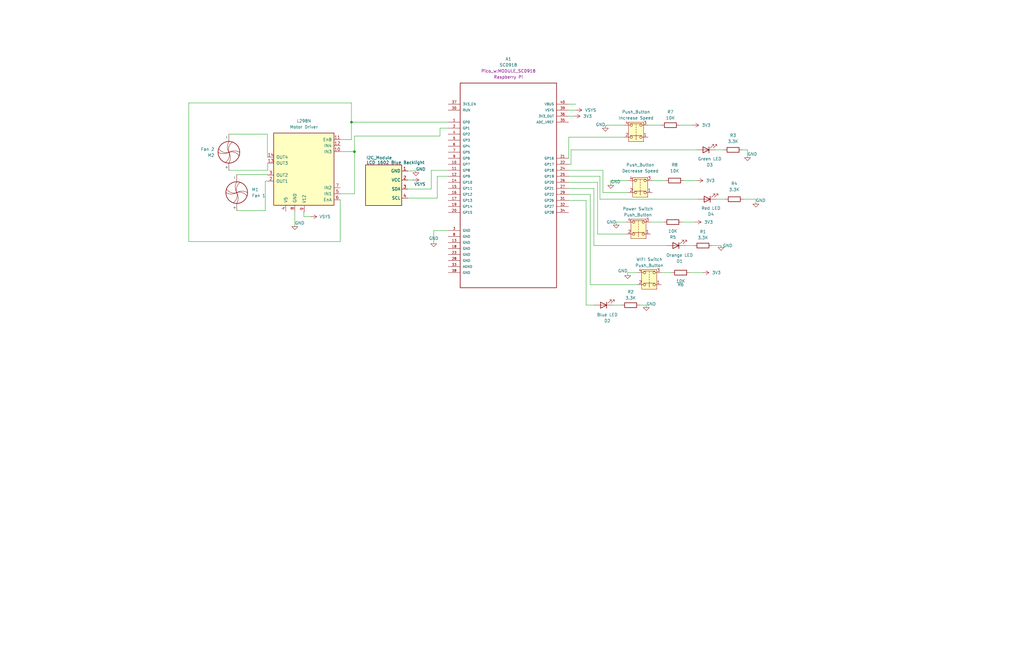
<source format=kicad_sch>
(kicad_sch (version 20231120) (generator "eeschema") (generator_version "8.0")
  (paper "User" 431.8 279.4)
  (lib_symbols
    (symbol "Device:LED" (pin_numbers hide) (pin_names (offset 1.016) hide)
      (property "Reference" "D" (at 0 2.54 0))
      (property "Value" "LED" (at 0 -2.54 0))
      (symbol "LED_0_1"
        (polyline (pts (xy -1.27 -1.27) (xy -1.27 1.27)) (stroke (width 0.254)))
        (polyline (pts (xy -1.27 0) (xy 1.27 0)))
        (polyline (pts (xy 1.27 -1.27) (xy 1.27 1.27) (xy -1.27 0) (xy 1.27 -1.27)) (stroke (width 0.254)))
        (polyline (pts (xy -3.048 -0.762) (xy -4.572 -2.286) (xy -3.81 -2.286) (xy -4.572 -2.286) (xy -4.572 -1.524)))
        (polyline (pts (xy -1.778 -0.762) (xy -3.302 -2.286) (xy -2.54 -2.286) (xy -3.302 -2.286) (xy -3.302 -1.524)))
      )
      (symbol "LED_1_1"
        (pin passive line (at -3.81 0 0) (length 2.54) (name "K") (number "1"))
        (pin passive line (at 3.81 0 180) (length 2.54) (name "A") (number "2"))
      )
    )
    (symbol "Device:R" (pin_numbers hide) (pin_names (offset 0))
      (property "Reference" "R" (at 2.032 0 90))
      (property "Value" "R" (at 0 0 90))
      (symbol "R_0_1"
        (rectangle (start -1.016 -2.54) (end 1.016 2.54) (stroke (width 0.254)))
      )
      (symbol "R_1_1"
        (pin passive line (at 0 3.81 270) (length 1.27) (name "~") (number "1"))
        (pin passive line (at 0 -3.81 90) (length 1.27) (name "~") (number "2"))
      )
    )
    (symbol "Display_Character:HY1602E"
      (property "Reference" "I2C_Module" (at 2.1941 22.86 0))
      (property "Value" "LCD 1602 Blue Backlight" (at 2.1941 20.32 0))
      (symbol "HY1602E_0_1"
        (rectangle (start -7.62 17.78) (end 7.62 0.635) (stroke (width 0.254)) (fill (type background)))
      )
      (symbol "HY1602E_1_1"
        (pin input line (at 10.16 15.24 180) (length 2.54) (name "GND") (number "1"))
        (pin input line (at 10.16 11.43 180) (length 2.54) (name "VCC") (number "2"))
        (pin input line (at 10.16 7.62 180) (length 2.54) (name "SDA") (number "3"))
        (pin input line (at 10.16 3.81 180) (length 2.54) (name "SCL") (number "4"))
      )
    )
    (symbol "Driver_Motor:L298N" (pin_names (offset 1.016))
      (property "Reference" "L298N" (at 1.143 26.924 0))
      (property "Value" "Motor Driver" (at 1.143 24.384 0))
      (symbol "L298N_0_1"
        (rectangle (start -11.557 21.844) (end 13.843 -8.636) (stroke (width 0.254)) (fill (type background)))
      )
      (symbol "L298N_1_1"
        (pin input line (at 16.51 13.97 180) (length 2.54) (name "IN3") (number "10"))
        (pin input line (at 16.51 19.05 180) (length 2.54) (name "EnB") (number "11"))
        (pin input line (at 16.51 16.51 180) (length 2.54) (name "IN4") (number "12"))
        (pin output line (at -14.097 9.144 0) (length 2.54) (name "OUT3") (number "13"))
        (pin output line (at -14.097 11.684 0) (length 2.54) (name "OUT4") (number "14"))
        (pin output line (at -14.097 1.524 0) (length 2.54) (name "OUT1") (number "2"))
        (pin output line (at -14.097 4.064 0) (length 2.54) (name "OUT2") (number "3"))
        (pin power_out line (at -6.477 -11.176 90) (length 2.54) (name "V5") (number "4"))
        (pin input line (at 16.51 -3.81 180) (length 2.54) (name "IN1") (number "5"))
        (pin input line (at 16.51 -6.35 180) (length 2.54) (name "EnA") (number "6"))
        (pin input line (at 16.51 -1.27 180) (length 2.54) (name "IN2") (number "7"))
        (pin power_in line (at -2.667 -11.176 90) (length 2.54) (name "GND") (number "8"))
        (pin power_in line (at 1.27 -11.43 90) (length 2.54) (name "V12") (number "9"))
      )
    )
    (symbol "Motor:Fan_ALT" (pin_numbers hide) (pin_names (offset 0))
      (property "Reference" "M" (at 3.81 5.08 0))
      (property "Value" "Fan_ALT" (at 3.81 2.54 0))
      (symbol "Fan_ALT_0_1"
        (arc (start -4.572 0) (mid -2.286 -0.5988) (end 0 0))
        (arc (start -4.318 1.524) (mid -2.4153 0.0291) (end 0 0))
        (arc (start -1.524 -4.318) (mid -0.0291 -2.4153) (end 0 0))
        (arc (start 0 -4.572) (mid 0.5988 -2.286) (end 0 0))
        (polyline (pts (xy 0 -5.08) (xy 0 -4.572)))
        (polyline (pts (xy 0 4.572) (xy 0 5.08)))
        (circle (center 0 0) (radius 4.572) (stroke (width 0.254)))
        (arc (start 0 4.572) (mid -0.5988 2.286) (end 0 0))
        (arc (start 1.524 4.318) (mid 0.0291 2.4153) (end 0 0))
        (arc (start 4.318 -1.524) (mid 2.4153 -0.0291) (end 0 0))
        (arc (start 4.572 0) (mid 2.286 0.5988) (end 0 0))
      )
      (symbol "Fan_ALT_1_1"
        (pin passive line (at 0 7.62 270) (length 2.54) (name "+") (number "1"))
        (pin passive line (at 0 -7.62 90) (length 2.54) (name "-") (number "2"))
      )
    )
    (symbol "Pico_w:SC0918" (pin_names (offset 1.016))
      (property "Reference" "A1" (at 0 58.42 0))
      (property "Value" "SC0918" (at 0 55.88 0))
      (property "Footprint" "Pico_w:MODULE_SC0918" (at -12.7 -46.99 0))
      (property "manufacturer" "Raspberry Pi" (at 0 53.34 0))
      (symbol "SC0918_0_0"
        (rectangle (start -20.32 -43.18) (end 20.32 43.18) (stroke (width 0.254)))
        (pin bidirectional line (at -25.4 26.67 0) (length 5.08) (name "GP0") (number "1"))
        (pin bidirectional line (at -25.4 8.89 0) (length 5.08) (name "GP7") (number "10"))
        (pin bidirectional line (at -25.4 6.35 0) (length 5.08) (name "GP8") (number "11"))
        (pin bidirectional line (at -25.4 3.81 0) (length 5.08) (name "GP9") (number "12"))
        (pin power_in line (at -25.4 -24.13 0) (length 5.08) (name "GND") (number "13"))
        (pin bidirectional line (at -25.4 1.27 0) (length 5.08) (name "GP10") (number "14"))
        (pin bidirectional line (at -25.4 -1.27 0) (length 5.08) (name "GP11") (number "15"))
        (pin bidirectional line (at -25.4 -3.81 0) (length 5.08) (name "GP12") (number "16"))
        (pin bidirectional line (at -25.4 -6.35 0) (length 5.08) (name "GP13") (number "17"))
        (pin power_in line (at -25.4 -26.67 0) (length 5.08) (name "GND") (number "18"))
        (pin bidirectional line (at -25.4 -8.89 0) (length 5.08) (name "GP14") (number "19"))
        (pin bidirectional line (at -25.4 24.13 0) (length 5.08) (name "GP1") (number "2"))
        (pin bidirectional line (at -25.4 -11.43 0) (length 5.08) (name "GP15") (number "20"))
        (pin bidirectional line (at 25.4 11.43 180) (length 5.08) (name "GP16") (number "21"))
        (pin bidirectional line (at 25.4 8.89 180) (length 5.08) (name "GP17") (number "22"))
        (pin power_in line (at -25.4 -29.21 0) (length 5.08) (name "GND") (number "23"))
        (pin bidirectional line (at 25.4 6.35 180) (length 5.08) (name "GP18") (number "24"))
        (pin bidirectional line (at 25.4 3.81 180) (length 5.08) (name "GP19") (number "25"))
        (pin bidirectional line (at 25.4 1.27 180) (length 5.08) (name "GP20") (number "26"))
        (pin bidirectional line (at 25.4 -1.27 180) (length 5.08) (name "GP21") (number "27"))
        (pin power_in line (at -25.4 -31.75 0) (length 5.08) (name "GND") (number "28"))
        (pin bidirectional line (at 25.4 -3.81 180) (length 5.08) (name "GP22") (number "29"))
        (pin power_in line (at -25.4 -19.05 0) (length 5.08) (name "GND") (number "3"))
        (pin input line (at -25.4 31.75 0) (length 5.08) (name "RUN") (number "30"))
        (pin bidirectional line (at 25.4 -6.35 180) (length 5.08) (name "GP26") (number "31"))
        (pin bidirectional line (at 25.4 -8.89 180) (length 5.08) (name "GP27") (number "32"))
        (pin power_in line (at -25.4 -34.29 0) (length 5.08) (name "AGND") (number "33"))
        (pin bidirectional line (at 25.4 -11.43 180) (length 5.08) (name "GP28") (number "34"))
        (pin power_in line (at 25.4 26.67 180) (length 5.08) (name "ADC_VREF") (number "35"))
        (pin power_in line (at 25.4 29.21 180) (length 5.08) (name "3V3_OUT") (number "36"))
        (pin input line (at -25.4 34.29 0) (length 5.08) (name "3V3_EN") (number "37"))
        (pin power_in line (at -25.4 -36.83 0) (length 5.08) (name "GND") (number "38"))
        (pin free line (at 25.4 31.75 180) (length 5.08) (name "VSYS") (number "39"))
        (pin bidirectional line (at -25.4 21.59 0) (length 5.08) (name "GP2") (number "4"))
        (pin free line (at 25.4 34.29 180) (length 5.08) (name "VBUS") (number "40"))
        (pin bidirectional line (at -25.4 19.05 0) (length 5.08) (name "GP3") (number "5"))
        (pin bidirectional line (at -25.4 16.51 0) (length 5.08) (name "GP4") (number "6"))
        (pin bidirectional line (at -25.4 13.97 0) (length 5.08) (name "GP5") (number "7"))
        (pin power_in line (at -25.4 -21.59 0) (length 5.08) (name "GND") (number "8"))
        (pin bidirectional line (at -25.4 11.43 0) (length 5.08) (name "GP6") (number "9"))
      )
    )
    (symbol "Simulation_SPICE:0" (power) (pin_numbers hide) (pin_names (offset 0) hide)
      (property "Value" "0" (at 0 -2.54 0))
      (symbol "0_0_1"
        (polyline (pts (xy -1.27 0) (xy 0 -1.27) (xy 1.27 0) (xy -1.27 0)))
      )
      (symbol "0_1_1"
        (pin power_in line (at 0 0 0) (length 0) (name "~") (number "1"))
      )
    )
    (symbol "Switch:SW_Push_Open_Dual" (pin_names (offset 1.016) hide)
      (property "Reference" "SW" (at 0 3.81 0))
      (property "Value" "SW_Push_Open_Dual" (at 0 -7.62 0))
      (symbol "SW_Push_Open_Dual_0_1"
        (circle (center -2.032 -5.08) (radius 0.508))
        (circle (center -2.032 0) (radius 0.508))
        (polyline (pts (xy 0 -4.953) (xy 0 -5.461)))
        (polyline (pts (xy 0 -3.937) (xy 0 -4.445)))
        (polyline (pts (xy 0 -3.429) (xy 0 -2.921)))
        (polyline (pts (xy 0 -2.413) (xy 0 -1.905)))
        (polyline (pts (xy 0 -1.397) (xy 0 -0.889)))
        (polyline (pts (xy 0 -0.635) (xy 0 1.143)))
        (polyline (pts (xy 2.54 -5.715) (xy -2.54 -5.715)))
        (polyline (pts (xy 2.54 -0.635) (xy -2.54 -0.635)))
        (circle (center 2.032 -5.08) (radius 0.508))
        (circle (center 2.032 0) (radius 0.508))
        (pin passive line (at -5.08 0 0) (length 2.54) (name "1") (number "1"))
        (pin passive line (at 5.08 0 180) (length 2.54) (name "2") (number "2"))
        (pin passive line (at -5.08 -5.08 0) (length 2.54) (name "3") (number "3"))
        (pin passive line (at 5.08 -5.08 180) (length 2.54) (name "4") (number "4"))
      )
      (symbol "SW_Push_Open_Dual_1_1"
        (rectangle (start -3.175 1.905) (end 3.175 -6.35) (fill (type background)))
      )
    )
    (symbol "power:+5V" (power) (pin_numbers hide) (pin_names (offset 0) hide)
      (property "Value" "+5V" (at 0 3.556 0))
      (symbol "+5V_0_1"
        (polyline (pts (xy -0.762 1.27) (xy 0 2.54)))
        (polyline (pts (xy 0 0) (xy 0 2.54)))
        (polyline (pts (xy 0 2.54) (xy 0.762 1.27)))
      )
      (symbol "+5V_1_1"
        (pin power_in line (at 0 0 90) (length 0) (name "~") (number "1"))
      )
    )
  )
  (junction (at 148.209 51.562))
  (junction (at 149.479 64.008))
  (wire (pts (xy 252.984 74.422) (xy 239.776 74.422)))
  (wire (pts (xy 293.878 76.2) (xy 288.29 76.2)))
  (wire (pts (xy 247.142 128.778) (xy 247.142 84.582)))
  (wire (pts (xy 293.878 63.246) (xy 240.792 63.246)))
  (wire (pts (xy 263.144 57.912) (xy 239.776 57.912)))
  (wire (pts (xy 255.778 52.832) (xy 263.144 52.832)))
  (wire (pts (xy 257.556 76.2) (xy 264.922 76.2)))
  (wire (pts (xy 112.903 76.454) (xy 111.887 76.454)))
  (wire (pts (xy 257.556 78.232) (xy 257.556 76.2)))
  (wire (pts (xy 294.386 84.074) (xy 252.984 84.074)))
  (wire (pts (xy 305.816 84.074) (xy 302.006 84.074)))
  (wire (pts (xy 264.668 115.062) (xy 268.732 115.062)))
  (wire (pts (xy 143.51 58.928) (xy 148.209 58.928)))
  (wire (pts (xy 175.387 72.136) (xy 175.387 72.898)))
  (wire (pts (xy 111.887 76.454) (xy 111.887 88.9)))
  (wire (pts (xy 171.958 75.946) (xy 174.117 75.946)))
  (wire (pts (xy 281.178 103.632) (xy 250.444 103.632)))
  (wire (pts (xy 255.27 53.086) (xy 255.27 54.102)))
  (wire (pts (xy 148.209 43.434) (xy 148.209 51.562)))
  (wire (pts (xy 255.778 53.086) (xy 255.27 53.086)))
  (wire (pts (xy 112.776 66.294) (xy 112.903 66.294)))
  (wire (pts (xy 143.51 101.981) (xy 79.629 101.981)))
  (wire (pts (xy 318.77 84.074) (xy 318.77 86.106)))
  (wire (pts (xy 112.903 71.882) (xy 112.903 68.834)))
  (wire (pts (xy 185.547 54.102) (xy 188.976 54.102)))
  (wire (pts (xy 96.52 71.882) (xy 112.903 71.882)))
  (wire (pts (xy 79.629 43.434) (xy 148.209 43.434)))
  (wire (pts (xy 124.333 89.154) (xy 124.333 95.631)))
  (wire (pts (xy 305.308 63.246) (xy 301.498 63.246)))
  (wire (pts (xy 248.92 120.142) (xy 248.92 82.042)))
  (wire (pts (xy 128.143 89.154) (xy 128.143 91.44)))
  (wire (pts (xy 182.88 97.282) (xy 182.88 102.87)))
  (wire (pts (xy 293.116 93.726) (xy 287.528 93.726)))
  (wire (pts (xy 304.038 103.632) (xy 304.038 104.394)))
  (wire (pts (xy 264.668 116.332) (xy 264.668 115.062)))
  (wire (pts (xy 272.542 128.778) (xy 269.748 128.778)))
  (wire (pts (xy 272.542 128.778) (xy 272.542 129.794)))
  (wire (pts (xy 254.254 81.28) (xy 254.254 71.882)))
  (wire (pts (xy 112.903 73.66) (xy 112.903 73.914)))
  (wire (pts (xy 315.214 63.246) (xy 315.214 66.548)))
  (wire (pts (xy 184.404 83.566) (xy 171.958 83.566)))
  (wire (pts (xy 274.32 93.726) (xy 279.908 93.726)))
  (wire (pts (xy 250.698 128.778) (xy 247.142 128.778)))
  (wire (pts (xy 313.436 84.074) (xy 318.77 84.074)))
  (wire (pts (xy 292.608 103.632) (xy 288.798 103.632)))
  (wire (pts (xy 171.958 79.756) (xy 181.864 79.756)))
  (wire (pts (xy 181.864 79.756) (xy 181.864 71.882)))
  (wire (pts (xy 96.52 56.642) (xy 112.776 56.642)))
  (wire (pts (xy 148.209 51.562) (xy 188.976 51.562)))
  (wire (pts (xy 312.928 63.246) (xy 315.214 63.246)))
  (wire (pts (xy 251.968 98.806) (xy 251.968 76.962)))
  (wire (pts (xy 79.629 101.981) (xy 79.629 43.434)))
  (wire (pts (xy 296.418 115.062) (xy 290.83 115.062)))
  (wire (pts (xy 239.776 57.912) (xy 239.776 66.802)))
  (wire (pts (xy 143.51 81.788) (xy 149.479 81.788)))
  (wire (pts (xy 188.976 97.282) (xy 182.88 97.282)))
  (wire (pts (xy 149.479 64.008) (xy 143.51 64.008)))
  (wire (pts (xy 275.082 76.2) (xy 280.67 76.2)))
  (wire (pts (xy 255.778 53.086) (xy 255.778 52.832)))
  (wire (pts (xy 128.143 91.44) (xy 131.064 91.44)))
  (wire (pts (xy 188.976 74.422) (xy 184.404 74.422)))
  (wire (pts (xy 143.51 84.328) (xy 143.51 101.981)))
  (wire (pts (xy 148.209 58.928) (xy 148.209 51.562)))
  (wire (pts (xy 240.792 63.246) (xy 240.792 69.342)))
  (wire (pts (xy 240.792 69.342) (xy 239.776 69.342)))
  (wire (pts (xy 185.547 57.404) (xy 185.547 54.102)))
  (wire (pts (xy 149.479 81.788) (xy 149.479 64.008)))
  (wire (pts (xy 247.142 84.582) (xy 239.776 84.582)))
  (wire (pts (xy 259.842 94.996) (xy 259.842 93.726)))
  (wire (pts (xy 250.444 79.502) (xy 239.776 79.502)))
  (wire (pts (xy 259.842 93.726) (xy 264.16 93.726)))
  (wire (pts (xy 264.922 81.28) (xy 254.254 81.28)))
  (wire (pts (xy 252.984 84.074) (xy 252.984 74.422)))
  (wire (pts (xy 273.304 52.832) (xy 278.892 52.832)))
  (wire (pts (xy 268.732 120.142) (xy 248.92 120.142)))
  (wire (pts (xy 262.128 128.778) (xy 258.318 128.778)))
  (wire (pts (xy 239.776 46.482) (xy 242.824 46.482)))
  (wire (pts (xy 149.479 57.404) (xy 149.479 64.008)))
  (wire (pts (xy 171.958 72.136) (xy 175.387 72.136)))
  (wire (pts (xy 112.776 56.642) (xy 112.776 66.294)))
  (wire (pts (xy 264.16 98.806) (xy 251.968 98.806)))
  (wire (pts (xy 239.776 49.022) (xy 242.062 49.022)))
  (wire (pts (xy 185.547 57.404) (xy 149.479 57.404)))
  (wire (pts (xy 239.776 43.942) (xy 242.824 43.942)))
  (wire (pts (xy 292.1 52.832) (xy 286.512 52.832)))
  (wire (pts (xy 278.892 115.062) (xy 283.21 115.062)))
  (wire (pts (xy 248.92 82.042) (xy 239.776 82.042)))
  (wire (pts (xy 254.254 71.882) (xy 239.776 71.882)))
  (wire (pts (xy 99.822 73.66) (xy 112.903 73.66)))
  (wire (pts (xy 250.444 103.632) (xy 250.444 79.502)))
  (wire (pts (xy 184.404 74.422) (xy 184.404 83.566)))
  (wire (pts (xy 181.864 71.882) (xy 188.976 71.882)))
  (wire (pts (xy 304.038 103.632) (xy 300.228 103.632)))
  (wire (pts (xy 111.887 88.9) (xy 99.822 88.9)))
  (wire (pts (xy 251.968 76.962) (xy 239.776 76.962)))
  (symbol (lib_id "Simulation_SPICE:0") (at 272.542 129.794 0) (unit 1)
    (property "Reference" "#GND06" (effects (hide yes)))
    (property "Value" "GND" (at 274.574 128.27 0))
    (property "Datasheet" "https://ngspice.sourceforge.io/docs/ngspice-html-manual/manual.xhtml#subsec_Circuit_elements__device" (effects (hide yes)))
    (property "Description" "0V reference potential for simulation" (effects (hide yes)))
  )
  (symbol (lib_id "Motor:Fan_ALT") (at 96.52 64.262 180) (unit 1)
    (property "Reference" "M2" (at 90.424 65.5321 0) (effects (justify left)))
    (property "Value" "Fan 2" (at 90.424 62.9921 0) (effects (justify left)))
    (property "Description" "Fan without PWM or tach, alternative symbol" (effects (hide yes)))
  )
  (symbol (lib_id "Device:R") (at 287.02 115.062 90) (unit 1)
    (property "Reference" "R6" (at 287.02 120.142 90))
    (property "Value" "10K" (at 287.02 118.618 90))
    (property "Description" "Resistor" (effects (hide yes)))
  )
  (symbol (lib_id "Device:LED") (at 298.196 84.074 180) (unit 1)
    (property "Reference" "D4" (at 299.7835 90.424 0))
    (property "Value" "Red LED" (at 299.7835 87.884 0))
    (property "Description" "Light emitting diode" (effects (hide yes)))
  )
  (symbol (lib_id "power:+5V") (at 131.064 91.44 270) (unit 1)
    (property "Reference" "#PWR02" (effects (hide yes)))
    (property "Value" "VSYS" (at 134.62 91.4399 90) (effects (justify left)))
    (property "Description" "Power symbol creates a global label with name \"+5V\"" (effects (hide yes)))
  )
  (symbol (lib_id "power:+5V") (at 292.1 52.832 270) (unit 1)
    (property "Reference" "#PWR011" (effects (hide yes)))
    (property "Value" "3V3" (at 295.91 52.8321 90) (effects (justify left)))
    (property "Description" "Power symbol creates a global label with name \"+5V\"" (effects (hide yes)))
  )
  (symbol (lib_id "Simulation_SPICE:0") (at 264.668 116.332 0) (unit 1)
    (property "Reference" "#GND07" (effects (hide yes)))
    (property "Value" "GND" (at 262.636 114.3 0))
    (property "Datasheet" "https://ngspice.sourceforge.io/docs/ngspice-html-manual/manual.xhtml#subsec_Circuit_elements__device" (effects (hide yes)))
    (property "Description" "0V reference potential for simulation" (effects (hide yes)))
  )
  (symbol (lib_id "Simulation_SPICE:0") (at 304.038 104.394 0) (unit 1)
    (property "Reference" "#GND09" (effects (hide yes)))
    (property "Value" "GND" (at 306.832 103.632 0))
    (property "Datasheet" "https://ngspice.sourceforge.io/docs/ngspice-html-manual/manual.xhtml#subsec_Circuit_elements__device" (effects (hide yes)))
    (property "Description" "0V reference potential for simulation" (effects (hide yes)))
  )
  (symbol (lib_id "Device:R") (at 283.718 93.726 90) (unit 1)
    (property "Reference" "R5" (at 283.718 100.076 90))
    (property "Value" "10K" (at 283.718 97.536 90))
    (property "Description" "Resistor" (effects (hide yes)))
  )
  (symbol (lib_id "Simulation_SPICE:0") (at 257.556 78.232 0) (unit 1)
    (property "Reference" "#GND04" (effects (hide yes)))
    (property "Value" "GND" (at 259.588 76.708 0))
    (property "Datasheet" "https://ngspice.sourceforge.io/docs/ngspice-html-manual/manual.xhtml#subsec_Circuit_elements__device" (effects (hide yes)))
    (property "Description" "0V reference potential for simulation" (effects (hide yes)))
  )
  (symbol (lib_id "Device:R") (at 296.418 103.632 270) (unit 1)
    (property "Reference" "R1" (at 296.418 97.79 90))
    (property "Value" "3.3K" (at 296.418 100.33 90))
    (property "Description" "Resistor" (effects (hide yes)))
  )
  (symbol (lib_id "Switch:SW_Push_Open_Dual") (at 270.002 81.28 180) (unit 1)
    (property "Reference" "Push_Button" (at 270.002 69.596 0))
    (property "Value" "Decrease Speed" (at 270.002 72.136 0))
    (property "Description" "Push button switch, normally closed, generic, four pins" (effects (hide yes)))
  )
  (symbol (lib_id "power:+5V") (at 242.824 46.482 270) (unit 1)
    (property "Reference" "#PWR01" (effects (hide yes)))
    (property "Value" "VSYS" (at 246.634 46.4821 90) (effects (justify left)))
    (property "Description" "Power symbol creates a global label with name \"+5V\"" (effects (hide yes)))
  )
  (symbol (lib_id "Simulation_SPICE:0") (at 255.27 54.102 0) (unit 1)
    (property "Reference" "#GND010" (effects (hide yes)))
    (property "Value" "GND" (at 253.238 52.578 0))
    (property "Datasheet" "https://ngspice.sourceforge.io/docs/ngspice-html-manual/manual.xhtml#subsec_Circuit_elements__device" (effects (hide yes)))
    (property "Description" "0V reference potential for simulation" (effects (hide yes)))
  )
  (symbol (lib_id "Device:LED") (at 284.988 103.632 180) (unit 1)
    (property "Reference" "D1" (at 286.5755 110.236 0))
    (property "Value" "Orange LED" (at 286.5755 107.696 0))
    (property "Description" "Light emitting diode" (effects (hide yes)))
  )
  (symbol (lib_id "power:+5V") (at 242.062 49.022 270) (unit 1)
    (property "Reference" "#PWR03" (effects (hide yes)))
    (property "Value" "3V3" (at 245.872 49.0221 90) (effects (justify left)))
    (property "Description" "Power symbol creates a global label with name \"+5V\"" (effects (hide yes)))
  )
  (symbol (lib_id "Device:R") (at 309.626 84.074 270) (unit 1)
    (property "Reference" "R4" (at 309.626 77.47 90))
    (property "Value" "3.3K" (at 309.626 80.01 90))
    (property "Description" "Resistor" (effects (hide yes)))
  )
  (symbol (lib_id "Simulation_SPICE:0") (at 175.387 72.898 0) (unit 1)
    (property "Reference" "#GND011" (effects (hide yes)))
    (property "Value" "GND" (at 177.419 71.374 0))
    (property "Datasheet" "https://ngspice.sourceforge.io/docs/ngspice-html-manual/manual.xhtml#subsec_Circuit_elements__device" (effects (hide yes)))
    (property "Description" "0V reference potential for simulation" (effects (hide yes)))
  )
  (symbol (lib_id "Simulation_SPICE:0") (at 259.842 94.996 0) (unit 1)
    (property "Reference" "#GND08" (effects (hide yes)))
    (property "Value" "GND" (at 257.81 93.726 0))
    (property "Datasheet" "https://ngspice.sourceforge.io/docs/ngspice-html-manual/manual.xhtml#subsec_Circuit_elements__device" (effects (hide yes)))
    (property "Description" "0V reference potential for simulation" (effects (hide yes)))
  )
  (symbol (lib_id "Device:LED") (at 254.508 128.778 180) (unit 1)
    (property "Reference" "D2" (at 256.0955 135.382 0))
    (property "Value" "Blue LED" (at 256.0955 132.842 0))
    (property "Description" "Light emitting diode" (effects (hide yes)))
  )
  (symbol (lib_id "Simulation_SPICE:0") (at 315.214 66.548 0) (unit 1)
    (property "Reference" "#GND03" (effects (hide yes)))
    (property "Value" "GND" (at 317.246 65.024 0))
    (property "Datasheet" "https://ngspice.sourceforge.io/docs/ngspice-html-manual/manual.xhtml#subsec_Circuit_elements__device" (effects (hide yes)))
    (property "Description" "0V reference potential for simulation" (effects (hide yes)))
  )
  (symbol (lib_id "Switch:SW_Push_Open_Dual") (at 268.224 57.912 180) (unit 1)
    (property "Reference" "Push_Button" (at 268.224 47.244 0))
    (property "Value" "Increase Speed" (at 268.224 49.784 0))
    (property "Description" "Push button switch, normally closed, generic, four pins" (effects (hide yes)))
  )
  (symbol (lib_id "Device:R") (at 284.48 76.2 90) (unit 1)
    (property "Reference" "R8" (at 284.48 69.596 90))
    (property "Value" "10K" (at 284.48 72.136 90))
    (property "Description" "Resistor" (effects (hide yes)))
  )
  (symbol (lib_id "Simulation_SPICE:0") (at 318.77 86.106 0) (unit 1)
    (property "Reference" "#GND05" (effects (hide yes)))
    (property "Value" "GND" (at 320.802 84.582 0))
    (property "Datasheet" "https://ngspice.sourceforge.io/docs/ngspice-html-manual/manual.xhtml#subsec_Circuit_elements__device" (effects (hide yes)))
    (property "Description" "0V reference potential for simulation" (effects (hide yes)))
  )
  (symbol (lib_id "Device:R") (at 309.118 63.246 270) (unit 1)
    (property "Reference" "R3" (at 309.118 57.15 90))
    (property "Value" "3.3K" (at 309.118 59.69 90))
    (property "Description" "Resistor" (effects (hide yes)))
  )
  (symbol (lib_id "Display_Character:HY1602E") (at 161.798 87.376 0) (unit 1)
    (property "Reference" "I2C_Module" (at 154.432 66.548 0) (effects (justify left)))
    (property "Value" "LCD 1602 Blue Backlight" (at 154.5239 68.58 0) (effects (justify left)))
  )
  (symbol (lib_id "power:+5V") (at 293.116 93.726 270) (unit 1)
    (property "Reference" "#PWR010" (effects (hide yes)))
    (property "Value" "3V3" (at 296.926 93.7261 90) (effects (justify left)))
    (property "Description" "Power symbol creates a global label with name \"+5V\"" (effects (hide yes)))
  )
  (symbol (lib_id "Driver_Motor:L298N") (at 127 77.978 0) (unit 1)
    (property "Reference" "L298N" (at 128.143 51.054 0))
    (property "Value" "Motor Driver" (at 128.143 53.594 0))
  )
  (symbol (lib_id "Simulation_SPICE:0") (at 124.333 95.631 0) (unit 1)
    (property "Reference" "#GND01" (effects (hide yes)))
    (property "Value" "GND" (at 126.365 94.107 0))
    (property "Datasheet" "https://ngspice.sourceforge.io/docs/ngspice-html-manual/manual.xhtml#subsec_Circuit_elements__device" (effects (hide yes)))
    (property "Description" "0V reference potential for simulation" (effects (hide yes)))
  )
  (symbol (lib_id "power:+5V") (at 174.117 75.946 270) (unit 1)
    (property "Reference" "#PWR06" (effects (hide yes)))
    (property "Value" "VSYS" (at 174.625 77.724 90) (effects (justify left)))
    (property "Description" "Power symbol creates a global label with name \"+5V\"" (effects (hide yes)))
  )
  (symbol (lib_id "Device:R") (at 265.938 128.778 270) (unit 1)
    (property "Reference" "R2" (at 265.938 123.19 90))
    (property "Value" "3.3K" (at 265.938 125.73 90))
    (property "Description" "Resistor" (effects (hide yes)))
  )
  (symbol (lib_id "Device:LED") (at 297.688 63.246 180) (unit 1)
    (property "Reference" "D3" (at 299.2755 69.596 0))
    (property "Value" "Green LED" (at 299.2755 67.056 0))
    (property "Description" "Light emitting diode" (effects (hide yes)))
  )
  (symbol (lib_id "power:+5V") (at 296.418 115.062 270) (unit 1)
    (property "Reference" "#PWR09" (effects (hide yes)))
    (property "Value" "3V3" (at 300.228 115.0621 90) (effects (justify left)))
    (property "Description" "Power symbol creates a global label with name \"+5V\"" (effects (hide yes)))
  )
  (symbol (lib_id "Motor:Fan_ALT") (at 99.822 81.28 180) (unit 1)
    (property "Reference" "M1" (at 106.172 80.0099 0) (effects (justify right)))
    (property "Value" "Fan 1" (at 106.172 82.5499 0) (effects (justify right)))
    (property "Description" "Fan without PWM or tach, alternative symbol" (effects (hide yes)))
  )
  (symbol (lib_id "Simulation_SPICE:0") (at 182.88 102.87 0) (unit 1)
    (property "Reference" "#GND02" (effects (hide yes)))
    (property "Value" "GND" (at 182.88 100.584 0))
    (property "Datasheet" "https://ngspice.sourceforge.io/docs/ngspice-html-manual/manual.xhtml#subsec_Circuit_elements__device" (effects (hide yes)))
    (property "Description" "0V reference potential for simulation" (effects (hide yes)))
  )
  (symbol (lib_id "Pico_w:SC0918") (at 214.376 78.232 0) (unit 1)
    (property "Reference" "A1" (at 214.376 24.892 0))
    (property "Value" "SC0918" (at 214.376 27.432 0))
    (property "Footprint" "Pico_w:MODULE_SC0918" (at 214.376 29.972 0))
    (property "Datasheet" "https://datasheets.raspberrypi.com/picow/pico-w-datasheet.pdf" (effects (hide yes)))
    (property "manufacturer" "Raspberry Pi" (at 214.376 32.512 0))
    (property "P/N" "SC0918" (effects (hide yes)))
    (property "PARTREV" "1.6" (effects (hide yes)))
    (property "MAXIMUM_PACKAGE_HEIGHT" "3.73mm" (effects (hide yes)))
  )
  (symbol (lib_id "Switch:SW_Push_Open_Dual") (at 269.24 98.806 180) (unit 1)
    (property "Reference" "Push_Button" (at 268.986 90.678 0))
    (property "Value" "Power Switch" (at 268.986 88.138 0))
    (property "Description" "Push button switch, normally closed, generic, four pins" (effects (hide yes)))
  )
  (symbol (lib_id "Device:R") (at 282.702 52.832 90) (unit 1)
    (property "Reference" "R7" (at 282.702 47.244 90))
    (property "Value" "10K" (at 282.702 49.784 90))
    (property "Description" "Resistor" (effects (hide yes)))
  )
  (symbol (lib_id "Switch:SW_Push_Open_Dual") (at 273.812 120.142 180) (unit 1)
    (property "Reference" "Push_Button" (at 273.812 112.014 0))
    (property "Value" "WIFI Switch" (at 273.812 109.474 0))
    (property "Description" "Push button switch, normally closed, generic, four pins" (effects (hide yes)))
  )
  (symbol (lib_id "power:+5V") (at 293.878 76.2 270) (unit 1)
    (property "Reference" "#PWR05" (effects (hide yes)))
    (property "Value" "3V3" (at 297.688 76.2001 90) (effects (justify left)))
    (property "Description" "Power symbol creates a global label with name \"+5V\"" (effects (hide yes)))
  )
)
</source>
